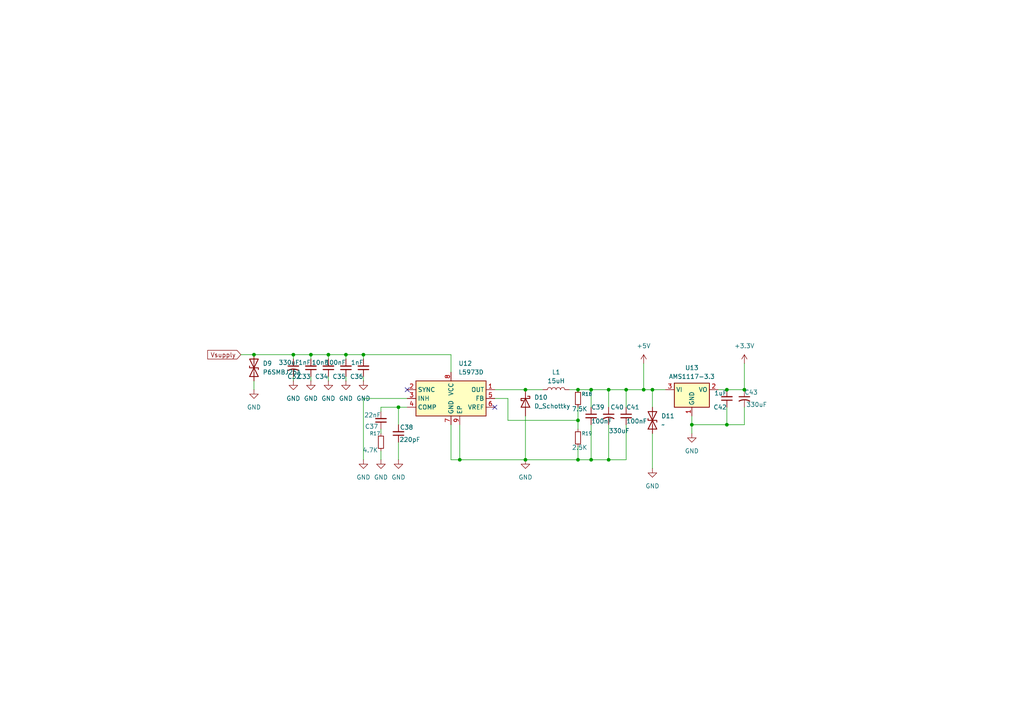
<source format=kicad_sch>
(kicad_sch (version 20250114) (generator "eeschema") (generator_version "9.0")
  (paper "A4")
  (lib_symbols
    (symbol "Device:C_Small" (pin_numbers (hide yes)) (pin_names (offset 0.254) (hide yes))
      (property "Reference" "C" (at 0.254 1.778 0))
      (property "Value" "C_Small" (at 0.254 -2.032 0))
      (symbol "C_Small_0_1"
        (polyline (pts (xy -1.524 0.508) (xy 1.524 0.508)) (stroke (width 0.3048)))
        (polyline (pts (xy -1.524 -0.508) (xy 1.524 -0.508)) (stroke (width 0.3302)))
      )
      (symbol "C_Small_1_1"
        (pin passive line (at 0 2.54 270) (length 2.032) (name "~") (number "1"))
        (pin passive line (at 0 -2.54 90) (length 2.032) (name "~") (number "2"))
      )
    )
    (symbol "Device:C_Small_US" (pin_numbers (hide yes)) (pin_names (offset 0.254) (hide yes))
      (property "Reference" "C" (at 0.254 1.778 0))
      (property "Value" "C_Small_US" (at 0.254 -2.032 0))
      (symbol "C_Small_US_0_1"
        (polyline (pts (xy -1.524 0.508) (xy 1.524 0.508)) (stroke (width 0.3048)))
        (arc (start -1.524 -0.762) (mid 0 -0.3734) (end 1.524 -0.762) (stroke (width 0.3048)))
      )
      (symbol "C_Small_US_1_1"
        (pin passive line (at 0 2.54 270) (length 2.032) (name "~") (number "1"))
        (pin passive line (at 0 -2.54 90) (length 2.032) (name "~") (number "2"))
      )
    )
    (symbol "Device:D_Schottky" (pin_numbers (hide yes)) (pin_names (offset 1.016) (hide yes))
      (property "Reference" "D" (at 0 2.54 0))
      (property "Value" "D_Schottky" (at 0 -2.54 0))
      (symbol "D_Schottky_0_1"
        (polyline (pts (xy -1.905 0.635) (xy -1.905 1.27) (xy -1.27 1.27) (xy -1.27 -1.27) (xy -0.635 -1.27) (xy -0.635 -0.635)) (stroke (width 0.254)))
        (polyline (pts (xy 1.27 1.27) (xy 1.27 -1.27) (xy -1.27 0) (xy 1.27 1.27)) (stroke (width 0.254)))
        (polyline (pts (xy 1.27 0) (xy -1.27 0)))
      )
      (symbol "D_Schottky_1_1"
        (pin passive line (at -3.81 0 0) (length 2.54) (name "K") (number "1"))
        (pin passive line (at 3.81 0 180) (length 2.54) (name "A") (number "2"))
      )
    )
    (symbol "Device:D_TVS" (pin_numbers (hide yes)) (pin_names (offset 1.016) (hide yes))
      (property "Reference" "D" (at 0 2.54 0))
      (property "Value" "D_TVS" (at 0 -2.54 0))
      (symbol "D_TVS_0_1"
        (polyline (pts (xy -2.54 1.27) (xy -2.54 -1.27) (xy 2.54 1.27) (xy 2.54 -1.27) (xy -2.54 1.27)) (stroke (width 0.254)))
        (polyline (pts (xy 0.508 1.27) (xy 0 1.27) (xy 0 -1.27) (xy -0.508 -1.27)) (stroke (width 0.254)))
        (polyline (pts (xy 1.27 0) (xy -1.27 0)))
      )
      (symbol "D_TVS_1_1"
        (pin passive line (at -3.81 0 0) (length 2.54) (name "A1") (number "1"))
        (pin passive line (at 3.81 0 180) (length 2.54) (name "A2") (number "2"))
      )
    )
    (symbol "Device:L" (pin_numbers (hide yes)) (pin_names (offset 1.016) (hide yes))
      (property "Reference" "L" (at -1.27 0 90))
      (property "Value" "L" (at 1.905 0 90))
      (symbol "L_0_1"
        (arc (start 0 2.54) (mid 0.6323 1.905) (end 0 1.27))
        (arc (start 0 1.27) (mid 0.6323 0.635) (end 0 0))
        (arc (start 0 0) (mid 0.6323 -0.635) (end 0 -1.27))
        (arc (start 0 -1.27) (mid 0.6323 -1.905) (end 0 -2.54))
      )
      (symbol "L_1_1"
        (pin passive line (at 0 3.81 270) (length 1.27) (name "1") (number "1"))
        (pin passive line (at 0 -3.81 90) (length 1.27) (name "2") (number "2"))
      )
    )
    (symbol "Device:R_Small" (pin_numbers (hide yes)) (pin_names (offset 0.254) (hide yes))
      (property "Reference" "R" (at 0 0 90))
      (property "Value" "R_Small" (at 1.778 0 90))
      (symbol "R_Small_0_1"
        (rectangle (start -0.762 1.778) (end 0.762 -1.778) (stroke (width 0.2032)))
      )
      (symbol "R_Small_1_1"
        (pin passive line (at 0 2.54 270) (length 0.762) (name "~") (number "1"))
        (pin passive line (at 0 -2.54 90) (length 0.762) (name "~") (number "2"))
      )
    )
    (symbol "Regulator_Linear:AMS1117-3.3"
      (property "Reference" "U" (at -3.81 3.175 0))
      (property "Value" "AMS1117-3.3" (at 0 3.175 0))
      (symbol "AMS1117-3.3_0_1"
        (rectangle (start -5.08 -5.08) (end 5.08 1.905) (stroke (width 0.254)) (fill (type background)))
      )
      (symbol "AMS1117-3.3_1_1"
        (pin power_in line (at -7.62 0 0) (length 2.54) (name "VI") (number "3"))
        (pin power_in line (at 0 -7.62 90) (length 2.54) (name "GND") (number "1"))
        (pin power_out line (at 7.62 0 180) (length 2.54) (name "VO") (number "2"))
      )
    )
    (symbol "Regulator_Switching:L5973D"
      (property "Reference" "U" (at -10.16 6.35 0))
      (property "Value" "L5973D" (at 3.81 6.35 0))
      (symbol "L5973D_0_1"
        (rectangle (start -10.16 5.08) (end 10.16 -5.08) (stroke (width 0.254)) (fill (type background)))
      )
      (symbol "L5973D_1_1"
        (pin bidirectional line (at -12.7 2.54 0) (length 2.54) (name "SYNC") (number "2"))
        (pin input line (at -12.7 0 0) (length 2.54) (name "INH") (number "3"))
        (pin passive line (at -12.7 -2.54 0) (length 2.54) (name "COMP") (number "4"))
        (pin power_in line (at 0 7.62 270) (length 2.54) (name "VCC") (number "8"))
        (pin power_in line (at 0 -7.62 90) (length 2.54) (name "GND") (number "7"))
        (pin passive line (at 2.54 -7.62 90) (length 2.54) (name "EP") (number "9"))
        (pin output line (at 12.7 2.54 180) (length 2.54) (name "OUT") (number "1"))
        (pin input line (at 12.7 0 180) (length 2.54) (name "FB") (number "5"))
        (pin output line (at 12.7 -2.54 180) (length 2.54) (name "VREF") (number "6"))
      )
    )
    (symbol "power:+3.3V" (power) (pin_numbers (hide yes)) (pin_names (offset 0) (hide yes))
      (property "Value" "+3.3V" (at 0 3.556 0))
      (symbol "+3.3V_0_1"
        (polyline (pts (xy -0.762 1.27) (xy 0 2.54)))
        (polyline (pts (xy 0 2.54) (xy 0.762 1.27)))
        (polyline (pts (xy 0 0) (xy 0 2.54)))
      )
      (symbol "+3.3V_1_1"
        (pin power_in line (at 0 0 90) (length 0) (name "~") (number "1"))
      )
    )
    (symbol "power:+5V" (power) (pin_numbers (hide yes)) (pin_names (offset 0) (hide yes))
      (property "Value" "+5V" (at 0 3.556 0))
      (symbol "+5V_0_1"
        (polyline (pts (xy -0.762 1.27) (xy 0 2.54)))
        (polyline (pts (xy 0 2.54) (xy 0.762 1.27)))
        (polyline (pts (xy 0 0) (xy 0 2.54)))
      )
      (symbol "+5V_1_1"
        (pin power_in line (at 0 0 90) (length 0) (name "~") (number "1"))
      )
    )
    (symbol "power:GND" (power) (pin_numbers (hide yes)) (pin_names (offset 0) (hide yes))
      (property "Value" "GND" (at 0 -3.81 0))
      (symbol "GND_0_1"
        (polyline (pts (xy 0 0) (xy 0 -1.27) (xy 1.27 -1.27) (xy 0 -2.54) (xy -1.27 -1.27) (xy 0 -1.27)))
      )
      (symbol "GND_1_1"
        (pin power_in line (at 0 0 270) (length 0) (name "~") (number "1"))
      )
    )
  )
  (junction (at 100.33 102.87))
  (junction (at 189.23 113.03))
  (junction (at 176.53 133.35))
  (junction (at 90.17 102.87))
  (junction (at 95.25 102.87))
  (junction (at 152.4 133.35))
  (junction (at 167.64 121.92))
  (junction (at 215.9 113.03))
  (junction (at 105.41 102.87))
  (junction (at 181.61 113.03))
  (junction (at 167.64 113.03))
  (junction (at 73.66 102.87))
  (junction (at 210.82 113.03))
  (junction (at 171.45 133.35))
  (junction (at 210.82 123.19))
  (junction (at 133.35 133.35))
  (junction (at 186.69 113.03))
  (junction (at 85.09 102.87))
  (junction (at 152.4 113.03))
  (junction (at 176.53 113.03))
  (junction (at 115.57 118.11))
  (junction (at 171.45 113.03))
  (junction (at 200.66 123.19))
  (junction (at 167.64 133.35))
  (no_connect (at 118.11 113.03))
  (no_connect (at 143.51 118.11))
  (wire (pts (xy 69.85 102.87) (xy 73.66 102.87)))
  (wire (pts (xy 176.53 118.11) (xy 176.53 113.03)))
  (wire (pts (xy 167.64 113.03) (xy 171.45 113.03)))
  (wire (pts (xy 176.53 123.19) (xy 176.53 133.35)))
  (wire (pts (xy 167.64 118.11) (xy 167.64 121.92)))
  (wire (pts (xy 100.33 109.22) (xy 100.33 110.49)))
  (wire (pts (xy 181.61 123.19) (xy 181.61 133.35)))
  (wire (pts (xy 100.33 102.87) (xy 105.41 102.87)))
  (wire (pts (xy 165.1 113.03) (xy 167.64 113.03)))
  (wire (pts (xy 176.53 113.03) (xy 181.61 113.03)))
  (wire (pts (xy 143.51 115.57) (xy 147.32 115.57)))
  (wire (pts (xy 171.45 118.11) (xy 171.45 113.03)))
  (wire (pts (xy 186.69 105.41) (xy 186.69 113.03)))
  (wire (pts (xy 210.82 123.19) (xy 200.66 123.19)))
  (wire (pts (xy 215.9 123.19) (xy 210.82 123.19)))
  (wire (pts (xy 130.81 123.19) (xy 130.81 133.35)))
  (wire (pts (xy 110.49 124.46) (xy 110.49 125.73)))
  (wire (pts (xy 73.66 102.87) (xy 85.09 102.87)))
  (wire (pts (xy 73.66 110.49) (xy 73.66 113.03)))
  (wire (pts (xy 147.32 121.92) (xy 167.64 121.92)))
  (wire (pts (xy 215.9 118.11) (xy 215.9 123.19)))
  (wire (pts (xy 90.17 104.14) (xy 90.17 102.87)))
  (wire (pts (xy 143.51 113.03) (xy 152.4 113.03)))
  (wire (pts (xy 95.25 102.87) (xy 100.33 102.87)))
  (wire (pts (xy 90.17 102.87) (xy 95.25 102.87)))
  (wire (pts (xy 133.35 133.35) (xy 130.81 133.35)))
  (wire (pts (xy 85.09 102.87) (xy 90.17 102.87)))
  (wire (pts (xy 85.09 109.22) (xy 85.09 110.49)))
  (wire (pts (xy 105.41 104.14) (xy 105.41 102.87)))
  (wire (pts (xy 181.61 133.35) (xy 176.53 133.35)))
  (wire (pts (xy 176.53 133.35) (xy 171.45 133.35)))
  (wire (pts (xy 85.09 102.87) (xy 85.09 104.14)))
  (wire (pts (xy 110.49 130.81) (xy 110.49 133.35)))
  (wire (pts (xy 171.45 113.03) (xy 176.53 113.03)))
  (wire (pts (xy 152.4 113.03) (xy 157.48 113.03)))
  (wire (pts (xy 115.57 128.27) (xy 115.57 133.35)))
  (wire (pts (xy 95.25 109.22) (xy 95.25 110.49)))
  (wire (pts (xy 189.23 113.03) (xy 193.04 113.03)))
  (wire (pts (xy 167.64 121.92) (xy 167.64 124.46)))
  (wire (pts (xy 210.82 113.03) (xy 215.9 113.03)))
  (wire (pts (xy 181.61 118.11) (xy 181.61 113.03)))
  (wire (pts (xy 181.61 113.03) (xy 186.69 113.03)))
  (wire (pts (xy 167.64 133.35) (xy 152.4 133.35)))
  (wire (pts (xy 110.49 118.11) (xy 110.49 119.38)))
  (wire (pts (xy 200.66 120.65) (xy 200.66 123.19)))
  (wire (pts (xy 186.69 113.03) (xy 189.23 113.03)))
  (wire (pts (xy 200.66 123.19) (xy 200.66 125.73)))
  (wire (pts (xy 171.45 123.19) (xy 171.45 133.35)))
  (wire (pts (xy 167.64 129.54) (xy 167.64 133.35)))
  (wire (pts (xy 210.82 118.11) (xy 210.82 123.19)))
  (wire (pts (xy 95.25 104.14) (xy 95.25 102.87)))
  (wire (pts (xy 133.35 123.19) (xy 133.35 133.35)))
  (wire (pts (xy 171.45 133.35) (xy 167.64 133.35)))
  (wire (pts (xy 152.4 120.65) (xy 152.4 133.35)))
  (wire (pts (xy 105.41 115.57) (xy 105.41 133.35)))
  (wire (pts (xy 152.4 133.35) (xy 133.35 133.35)))
  (wire (pts (xy 130.81 102.87) (xy 130.81 107.95)))
  (wire (pts (xy 105.41 115.57) (xy 118.11 115.57)))
  (wire (pts (xy 147.32 115.57) (xy 147.32 121.92)))
  (wire (pts (xy 105.41 102.87) (xy 130.81 102.87)))
  (wire (pts (xy 100.33 104.14) (xy 100.33 102.87)))
  (wire (pts (xy 189.23 125.73) (xy 189.23 135.89)))
  (wire (pts (xy 105.41 109.22) (xy 105.41 110.49)))
  (wire (pts (xy 215.9 105.41) (xy 215.9 113.03)))
  (wire (pts (xy 118.11 118.11) (xy 115.57 118.11)))
  (wire (pts (xy 115.57 118.11) (xy 115.57 123.19)))
  (wire (pts (xy 110.49 118.11) (xy 115.57 118.11)))
  (wire (pts (xy 189.23 113.03) (xy 189.23 118.11)))
  (wire (pts (xy 208.28 113.03) (xy 210.82 113.03)))
  (wire (pts (xy 90.17 109.22) (xy 90.17 110.49)))
  (global_label "Vsupply" (shape input) (at 69.85 102.87 180) (property "Intersheetrefs" "${INTERSHEET_REFS}" (effects (hide yes))))
  (symbol (lib_id "power:GND") (at 85.09 110.49 0) (unit 1)
    (property "Reference" "#PWR061" (effects (hide yes)))
    (property "Value" "GND" (at 85.09 115.57 0))
    (property "Description" "Power symbol creates a global label with name \"GND\" , ground" (effects (hide yes)))
  )
  (symbol (lib_id "Device:R_Small") (at 167.64 127 0) (unit 1)
    (property "Reference" "R19" (at 168.656 125.73 0) (effects (font (size 1.016 1.016)) (justify left)))
    (property "Value" "2.5K" (at 165.862 129.794 0) (effects (justify left)))
    (property "Footprint" "Resistor_SMD:R_0603_1608Metric" (effects (hide yes)))
    (property "Description" "Resistor, small symbol" (effects (hide yes)))
  )
  (symbol (lib_id "Regulator_Linear:AMS1117-3.3") (at 200.66 113.03 0) (unit 1)
    (property "Reference" "U13" (at 200.66 106.68 0))
    (property "Value" "AMS1117-3.3" (at 200.66 109.22 0))
    (property "Footprint" "Package_TO_SOT_SMD:SOT-223-3_TabPin2" (effects (hide yes)))
    (property "Datasheet" "http://www.advanced-monolithic.com/pdf/ds1117.pdf" (effects (hide yes)))
    (property "Description" "1A Low Dropout regulator, positive, 3.3V fixed output, SOT-223" (effects (hide yes)))
  )
  (symbol (lib_id "power:GND") (at 105.41 110.49 0) (unit 1)
    (property "Reference" "#PWR065" (effects (hide yes)))
    (property "Value" "GND" (at 105.41 115.57 0))
    (property "Description" "Power symbol creates a global label with name \"GND\" , ground" (effects (hide yes)))
  )
  (symbol (lib_id "Device:C_Small") (at 90.17 106.68 180) (unit 1)
    (property "Reference" "C33" (at 90.17 109.22 0) (effects (justify left)))
    (property "Value" "1nF" (at 90.17 105.156 0) (effects (justify left)))
    (property "Footprint" "Capacitor_SMD:C_0402_1005Metric" (effects (hide yes)))
    (property "Description" "Unpolarized capacitor, small symbol" (effects (hide yes)))
  )
  (symbol (lib_id "power:GND") (at 100.33 110.49 0) (unit 1)
    (property "Reference" "#PWR064" (effects (hide yes)))
    (property "Value" "GND" (at 100.33 115.57 0))
    (property "Description" "Power symbol creates a global label with name \"GND\" , ground" (effects (hide yes)))
  )
  (symbol (lib_id "Device:L") (at 161.29 113.03 90) (unit 1)
    (property "Reference" "L1" (at 161.29 107.95 90))
    (property "Value" "15uH" (at 161.29 110.49 90))
    (property "Footprint" "footprints:IND_XAL6060_COC-L" (effects (hide yes)))
    (property "Description" "Inductor" (effects (hide yes)))
  )
  (symbol (lib_id "Device:C_Small") (at 95.25 106.68 180) (unit 1)
    (property "Reference" "C34" (at 95.25 109.22 0) (effects (justify left)))
    (property "Value" "10nF" (at 95.25 105.156 0) (effects (justify left)))
    (property "Footprint" "Capacitor_SMD:C_0603_1608Metric" (effects (hide yes)))
    (property "Description" "Unpolarized capacitor, small symbol" (effects (hide yes)))
  )
  (symbol (lib_id "Device:D_Schottky") (at 152.4 116.84 270) (unit 1)
    (property "Reference" "D10" (at 154.94 115.2524 90) (effects (justify left)))
    (property "Value" "D_Schottky" (at 154.94 117.7924 90) (effects (justify left)))
    (property "Footprint" "Diode_SMD:D_SMA" (effects (hide yes)))
    (property "Description" "Schottky diode" (effects (hide yes)))
  )
  (symbol (lib_id "Device:C_Small_US") (at 215.9 115.57 0) (unit 1)
    (property "Reference" "C43" (at 215.9 113.792 0) (effects (justify left)))
    (property "Value" "330uF" (at 216.408 117.348 0) (effects (justify left)))
    (property "Footprint" "Capacitor_THT:CP_Radial_Tantal_D10.5mm_P5.00mm" (effects (hide yes)))
    (property "Description" "capacitor, small US symbol" (effects (hide yes)))
  )
  (symbol (lib_id "power:GND") (at 105.41 133.35 0) (unit 1)
    (property "Reference" "#PWR066" (effects (hide yes)))
    (property "Value" "GND" (at 105.41 138.43 0))
    (property "Description" "Power symbol creates a global label with name \"GND\" , ground" (effects (hide yes)))
  )
  (symbol (lib_id "Device:C_Small") (at 115.57 125.73 180) (unit 1)
    (property "Reference" "C38" (at 119.888 123.952 0) (effects (justify left)))
    (property "Value" "220pF" (at 121.92 127.508 0) (effects (justify left)))
    (property "Footprint" "Capacitor_SMD:C_0402_1005Metric" (effects (hide yes)))
    (property "Description" "Unpolarized capacitor, small symbol" (effects (hide yes)))
  )
  (symbol (lib_id "Device:R_Small") (at 167.64 115.57 0) (unit 1)
    (property "Reference" "R18" (at 168.656 114.3 0) (effects (font (size 1.016 1.016)) (justify left)))
    (property "Value" "7.5K" (at 165.862 118.618 0) (effects (justify left)))
    (property "Footprint" "Resistor_SMD:R_0603_1608Metric" (effects (hide yes)))
    (property "Description" "Resistor, small symbol" (effects (hide yes)))
  )
  (symbol (lib_id "Device:C_Small") (at 100.33 106.68 180) (unit 1)
    (property "Reference" "C35" (at 100.33 109.22 0) (effects (justify left)))
    (property "Value" "100nF" (at 100.33 105.156 0) (effects (justify left)))
    (property "Footprint" "Capacitor_SMD:C_0603_1608Metric" (effects (hide yes)))
    (property "Description" "Unpolarized capacitor, small symbol" (effects (hide yes)))
  )
  (symbol (lib_id "power:GND") (at 95.25 110.49 0) (unit 1)
    (property "Reference" "#PWR063" (effects (hide yes)))
    (property "Value" "GND" (at 95.25 115.57 0))
    (property "Description" "Power symbol creates a global label with name \"GND\" , ground" (effects (hide yes)))
  )
  (symbol (lib_id "power:GND") (at 152.4 133.35 0) (unit 1)
    (property "Reference" "#PWR069" (effects (hide yes)))
    (property "Value" "GND" (at 152.4 138.43 0))
    (property "Description" "Power symbol creates a global label with name \"GND\" , ground" (effects (hide yes)))
  )
  (symbol (lib_id "Regulator_Switching:L5973D") (at 130.81 115.57 0) (unit 1)
    (property "Reference" "U12" (at 132.9533 105.41 0) (effects (justify left)))
    (property "Value" "L5973D" (at 132.9533 107.95 0) (effects (justify left)))
    (property "Footprint" "Package_SO:HSOP-8-1EP_3.9x4.9mm_P1.27mm_EP2.41x3.1mm_ThermalVias" (effects (hide yes)))
    (property "Datasheet" "http://www.st.com/resource/en/datasheet/l5973d.pdf" (effects (hide yes)))
    (property "Description" "2.5A step down switching regulator, HSOP-8" (effects (hide yes)))
  )
  (symbol (lib_id "Device:C_Small") (at 105.41 106.68 180) (unit 1)
    (property "Reference" "C36" (at 105.41 109.22 0) (effects (justify left)))
    (property "Value" "1nF" (at 105.41 105.156 0) (effects (justify left)))
    (property "Footprint" "Capacitor_SMD:C_0402_1005Metric" (effects (hide yes)))
    (property "Description" "Unpolarized capacitor, small symbol" (effects (hide yes)))
  )
  (symbol (lib_id "Device:D_TVS") (at 73.66 106.68 90) (unit 1)
    (property "Reference" "D9" (at 76.2 105.4099 90) (effects (justify right)))
    (property "Value" "P6SMBJ26A" (at 76.2 107.9499 90) (effects (justify right)))
    (property "Footprint" "footprints:P26_DO-214AA_SMB" (effects (hide yes)))
    (property "Description" "Bidirectional transient-voltage-suppression diode" (effects (hide yes)))
  )
  (symbol (lib_id "Device:D_TVS") (at 189.23 121.92 90) (unit 1)
    (property "Reference" "D11" (at 191.77 120.6499 90) (effects (justify right)))
    (property "Value" "~" (at 191.77 123.1899 90) (effects (justify right)))
    (property "Footprint" "footprints:P26_DO-214AA_SMB" (effects (hide yes)))
    (property "Description" "Bidirectional transient-voltage-suppression diode" (effects (hide yes)))
  )
  (symbol (lib_id "power:GND") (at 110.49 133.35 0) (unit 1)
    (property "Reference" "#PWR067" (effects (hide yes)))
    (property "Value" "GND" (at 110.49 138.43 0))
    (property "Description" "Power symbol creates a global label with name \"GND\" , ground" (effects (hide yes)))
  )
  (symbol (lib_id "power:GND") (at 200.66 125.73 0) (unit 1)
    (property "Reference" "#PWR071" (effects (hide yes)))
    (property "Value" "GND" (at 200.66 130.81 0))
    (property "Description" "Power symbol creates a global label with name \"GND\" , ground" (effects (hide yes)))
  )
  (symbol (lib_id "Device:C_Small") (at 181.61 120.65 0) (unit 1)
    (property "Reference" "C41" (at 181.61 118.11 0) (effects (justify left)))
    (property "Value" "100nF" (at 181.61 122.174 0) (effects (justify left)))
    (property "Footprint" "Capacitor_SMD:C_0603_1608Metric" (effects (hide yes)))
    (property "Description" "Unpolarized capacitor, small symbol" (effects (hide yes)))
  )
  (symbol (lib_id "power:GND") (at 189.23 135.89 0) (unit 1)
    (property "Reference" "#PWR084" (effects (hide yes)))
    (property "Value" "GND" (at 189.23 140.97 0))
    (property "Description" "Power symbol creates a global label with name \"GND\" , ground" (effects (hide yes)))
  )
  (symbol (lib_id "power:GND") (at 90.17 110.49 0) (unit 1)
    (property "Reference" "#PWR062" (effects (hide yes)))
    (property "Value" "GND" (at 90.17 115.57 0))
    (property "Description" "Power symbol creates a global label with name \"GND\" , ground" (effects (hide yes)))
  )
  (symbol (lib_id "Device:C_Small") (at 110.49 121.92 180) (unit 1)
    (property "Reference" "C37" (at 109.728 123.698 0) (effects (justify left)))
    (property "Value" "22nF" (at 110.49 120.396 0) (effects (justify left)))
    (property "Footprint" "Capacitor_SMD:C_0402_1005Metric" (effects (hide yes)))
    (property "Description" "Unpolarized capacitor, small symbol" (effects (hide yes)))
  )
  (symbol (lib_id "power:+3.3V") (at 215.9 105.41 0) (unit 1)
    (property "Reference" "#PWR072" (effects (hide yes)))
    (property "Value" "+3.3V" (at 215.9 100.33 0))
    (property "Description" "Power symbol creates a global label with name \"+3.3V\"" (effects (hide yes)))
  )
  (symbol (lib_id "power:GND") (at 73.66 113.03 0) (unit 1)
    (property "Reference" "#PWR060" (effects (hide yes)))
    (property "Value" "GND" (at 73.66 118.11 0))
    (property "Description" "Power symbol creates a global label with name \"GND\" , ground" (effects (hide yes)))
  )
  (symbol (lib_id "Device:C_Small_US") (at 176.53 120.65 0) (unit 1)
    (property "Reference" "C40" (at 177.038 118.11 0) (effects (justify left)))
    (property "Value" "330uF" (at 176.53 124.968 0) (effects (justify left)))
    (property "Footprint" "Capacitor_THT:CP_Radial_Tantal_D10.5mm_P5.00mm" (effects (hide yes)))
    (property "Description" "capacitor, small US symbol" (effects (hide yes)))
  )
  (symbol (lib_id "Device:C_Small") (at 210.82 115.57 180) (unit 1)
    (property "Reference" "C42" (at 210.82 118.11 0) (effects (justify left)))
    (property "Value" "1uF" (at 210.82 114.046 0) (effects (justify left)))
    (property "Footprint" "Capacitor_SMD:C_0603_1608Metric" (effects (hide yes)))
    (property "Description" "Unpolarized capacitor, small symbol" (effects (hide yes)))
  )
  (symbol (lib_id "Device:C_Small_US") (at 85.09 106.68 0) (unit 1)
    (property "Reference" "C32" (at 83.312 109.22 0) (effects (justify left)))
    (property "Value" "330uF" (at 80.772 105.156 0) (effects (justify left)))
    (property "Footprint" "Capacitor_THT:CP_Radial_Tantal_D10.5mm_P5.00mm" (effects (hide yes)))
    (property "Description" "capacitor, small US symbol" (effects (hide yes)))
  )
  (symbol (lib_id "power:+5V") (at 186.69 105.41 0) (unit 1)
    (property "Reference" "#PWR070" (effects (hide yes)))
    (property "Value" "+5V" (at 186.69 100.33 0))
    (property "Description" "Power symbol creates a global label with name \"+5V\"" (effects (hide yes)))
  )
  (symbol (lib_id "Device:R_Small") (at 110.49 128.27 0) (unit 1)
    (property "Reference" "R17" (at 107.188 125.73 0) (effects (font (size 1.016 1.016)) (justify left)))
    (property "Value" "4.7K" (at 105.156 130.556 0) (effects (justify left)))
    (property "Footprint" "Resistor_SMD:R_0603_1608Metric" (effects (hide yes)))
    (property "Description" "Resistor, small symbol" (effects (hide yes)))
  )
  (symbol (lib_id "power:GND") (at 115.57 133.35 0) (unit 1)
    (property "Reference" "#PWR068" (effects (hide yes)))
    (property "Value" "GND" (at 115.57 138.43 0))
    (property "Description" "Power symbol creates a global label with name \"GND\" , ground" (effects (hide yes)))
  )
  (symbol (lib_id "Device:C_Small") (at 171.45 120.65 0) (unit 1)
    (property "Reference" "C39" (at 171.45 118.11 0) (effects (justify left)))
    (property "Value" "100nF" (at 171.45 122.174 0) (effects (justify left)))
    (property "Footprint" "Capacitor_SMD:C_0603_1608Metric" (effects (hide yes)))
    (property "Description" "Unpolarized capacitor, small symbol" (effects (hide yes)))
  )
)
</source>
